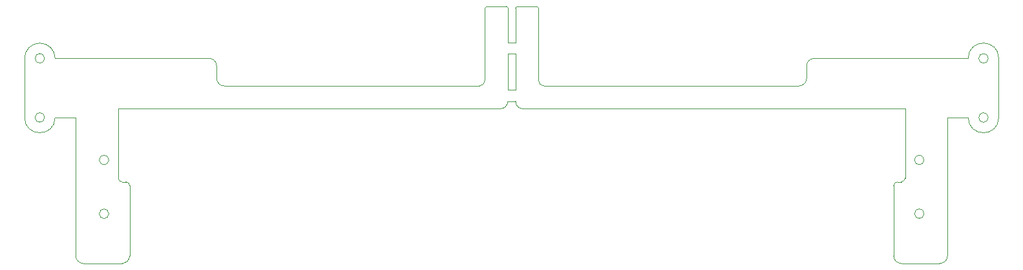
<source format=gbr>
%TF.GenerationSoftware,KiCad,Pcbnew,9.0.6-rc2*%
%TF.CreationDate,2025-12-12T00:50:13-08:00*%
%TF.ProjectId,FPC_Trigger_Board,4650435f-5472-4696-9767-65725f426f61,rev?*%
%TF.SameCoordinates,Original*%
%TF.FileFunction,Profile,NP*%
%FSLAX46Y46*%
G04 Gerber Fmt 4.6, Leading zero omitted, Abs format (unit mm)*
G04 Created by KiCad (PCBNEW 9.0.6-rc2) date 2025-12-12 00:50:13*
%MOMM*%
%LPD*%
G01*
G04 APERTURE LIST*
%TA.AperFunction,Profile*%
%ADD10C,0.050000*%
%TD*%
G04 APERTURE END LIST*
D10*
X165910102Y-157733349D02*
G75*
G02*
X164660100Y-157733349I-625001J0D01*
G01*
X164660100Y-157733349D02*
G75*
G02*
X165910102Y-157733349I625001J0D01*
G01*
X257330501Y-139986651D02*
G75*
G02*
X256330501Y-140986701I-1000001J-49D01*
G01*
X281128502Y-145117649D02*
G75*
G02*
X279878500Y-145117649I-625001J0D01*
G01*
X279878500Y-145117649D02*
G75*
G02*
X281128502Y-145117649I625001J0D01*
G01*
X219187500Y-135271750D02*
X219187501Y-134557250D01*
X222937501Y-140986649D02*
G75*
G02*
X222187551Y-140236650I-1J749949D01*
G01*
X256330501Y-140986647D02*
X222937501Y-140986649D01*
X157496500Y-145117649D02*
G75*
G02*
X156246500Y-145117649I-625000J0D01*
G01*
X156246500Y-145117649D02*
G75*
G02*
X157496500Y-145117649I625000J0D01*
G01*
X162574001Y-164241649D02*
G75*
G02*
X161573951Y-163241650I-1J1000049D01*
G01*
X272714899Y-157733348D02*
G75*
G02*
X271464899Y-157733348I-625000J0D01*
G01*
X271464899Y-157733348D02*
G75*
G02*
X272714899Y-157733348I625000J0D01*
G01*
X181044500Y-140986649D02*
G75*
G02*
X180044451Y-139986651I0J1000049D01*
G01*
X168643001Y-163241650D02*
G75*
G02*
X167643000Y-164241601I-1000001J50D01*
G01*
X168643001Y-163241650D02*
X168643000Y-154055150D01*
X219187499Y-136771752D02*
X218187500Y-136771752D01*
X269731999Y-164241650D02*
G75*
G02*
X268731950Y-163241650I1J1000050D01*
G01*
X272714902Y-150683549D02*
G75*
G02*
X271464900Y-150683549I-625001J0D01*
G01*
X271464900Y-150683549D02*
G75*
G02*
X272714902Y-150683549I625001J0D01*
G01*
X220187499Y-143986251D02*
X270232000Y-143986251D01*
X278503500Y-137367649D02*
G75*
G02*
X282503502Y-137367649I2000001J-1D01*
G01*
X215187501Y-140236650D02*
G75*
G02*
X214437501Y-140986701I-750001J-50D01*
G01*
X257330501Y-138367651D02*
X257330501Y-139986651D01*
X179044498Y-137367650D02*
X158871501Y-137367650D01*
X275801000Y-163241649D02*
G75*
G02*
X274801000Y-164241600I-1000000J49D01*
G01*
X275801000Y-145117648D02*
X278503500Y-145117649D01*
X179044498Y-137367650D02*
G75*
G02*
X180044450Y-138367651I2J-999950D01*
G01*
X218187501Y-142986251D02*
G75*
G02*
X217187501Y-143986201I-1000001J51D01*
G01*
X168143001Y-153555149D02*
X167643000Y-153555149D01*
X215187499Y-134557251D02*
X215187501Y-140236650D01*
X220187499Y-143986251D02*
G75*
G02*
X219187449Y-142986251I1J1000051D01*
G01*
X158871499Y-145117648D02*
G75*
G02*
X154871501Y-145117649I-1999999J48D01*
G01*
X282503500Y-145117649D02*
G75*
G02*
X278503500Y-145117649I-2000000J0D01*
G01*
X162574001Y-164241649D02*
X167643000Y-164241651D01*
X154871500Y-137367652D02*
X154871501Y-145117649D01*
X268732001Y-154055150D02*
G75*
G02*
X269232001Y-153555101I499999J50D01*
G01*
X269731999Y-164241650D02*
X274801000Y-164241649D01*
X167143000Y-143986251D02*
X217187501Y-143986251D01*
X270232000Y-143986251D02*
X270231999Y-153055146D01*
X167643000Y-153555149D02*
G75*
G02*
X167142951Y-153055150I0J500049D01*
G01*
X218187501Y-142986251D02*
X219187500Y-142986251D01*
X214437499Y-140986648D02*
X181044500Y-140986649D01*
X257330501Y-138367651D02*
G75*
G02*
X258330497Y-137367601I999999J51D01*
G01*
X275801000Y-163241649D02*
X275801000Y-145117648D01*
X282503500Y-145117649D02*
X282503501Y-137367649D01*
X281128500Y-137367650D02*
G75*
G02*
X279878502Y-137367650I-624999J0D01*
G01*
X279878502Y-137367650D02*
G75*
G02*
X281128500Y-137367650I624999J0D01*
G01*
X167143000Y-153055150D02*
X167143000Y-143986251D01*
X168143001Y-153555149D02*
G75*
G02*
X168642951Y-154055150I-1J-499951D01*
G01*
X165910099Y-150683549D02*
G75*
G02*
X164660101Y-150683549I-624999J0D01*
G01*
X164660101Y-150683549D02*
G75*
G02*
X165910099Y-150683549I624999J0D01*
G01*
X157496500Y-137367649D02*
G75*
G02*
X156246500Y-137367649I-625000J0D01*
G01*
X156246500Y-137367649D02*
G75*
G02*
X157496500Y-137367649I625000J0D01*
G01*
X219187499Y-136771752D02*
X219187500Y-141486251D01*
X218187501Y-135271750D02*
X218187499Y-134557251D01*
X218187500Y-141486251D02*
X218187500Y-136771752D01*
X222187500Y-140236650D02*
X222187502Y-134557250D01*
X218187500Y-141486251D02*
X219187500Y-141486251D01*
X270231999Y-153055146D02*
G75*
G02*
X269731997Y-153555199I-499999J-54D01*
G01*
X154871500Y-137367652D02*
G75*
G02*
X158871500Y-137367650I2000000J52D01*
G01*
X268732001Y-154055150D02*
X268732000Y-163241650D01*
X278503500Y-137367649D02*
X258330497Y-137367648D01*
X180044500Y-139986651D02*
X180044500Y-138367651D01*
X269731997Y-153555148D02*
X269232001Y-153555148D01*
X158871499Y-145117648D02*
X161574001Y-145117649D01*
X218187501Y-135271750D02*
X219187500Y-135271750D01*
X161574001Y-145117649D02*
X161574001Y-163241650D01*
%TO.C,J2*%
X215187499Y-134557251D02*
X215187499Y-130757251D01*
X215387499Y-130557251D02*
X217987499Y-130557251D01*
X218187499Y-130757251D02*
X218187499Y-134557251D01*
X215187499Y-130757251D02*
G75*
G02*
X215387499Y-130557251I200000J0D01*
G01*
X217987499Y-130557251D02*
G75*
G02*
X218187499Y-130757251I0J-200000D01*
G01*
%TO.C,J1*%
X219187501Y-134557250D02*
X219187501Y-130757250D01*
X219387501Y-130557250D02*
X221987501Y-130557250D01*
X222187501Y-130757250D02*
X222187501Y-134557250D01*
X219187501Y-130757250D02*
G75*
G02*
X219387501Y-130557250I200000J0D01*
G01*
X221987501Y-130557250D02*
G75*
G02*
X222187501Y-130757250I0J-200000D01*
G01*
%TD*%
M02*

</source>
